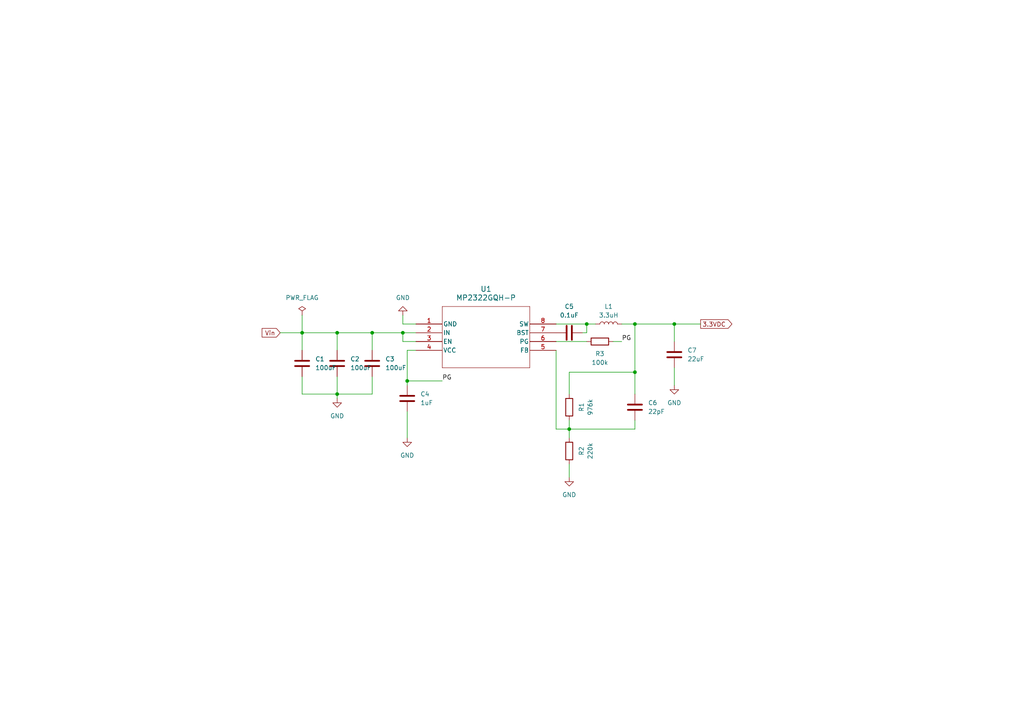
<source format=kicad_sch>
(kicad_sch (version 20250114) (generator "eeschema") (generator_version "9.0")
  (paper "A4")
  (lib_symbols
    (symbol "Device:C" (pin_numbers (hide yes)) (pin_names (offset 0.254))
      (property "Reference" "C" (at 0.635 2.54 0))
      (property "Value" "C" (at 0.635 -2.54 0))
      (symbol "C_0_1"
        (polyline (pts (xy -2.032 0.762) (xy 2.032 0.762)) (stroke (width 0.508)))
        (polyline (pts (xy -2.032 -0.762) (xy 2.032 -0.762)) (stroke (width 0.508)))
      )
      (symbol "C_1_1"
        (pin passive line (at 0 3.81 270) (length 2.794) (name "~") (number "1"))
        (pin passive line (at 0 -3.81 90) (length 2.794) (name "~") (number "2"))
      )
    )
    (symbol "Device:L" (pin_numbers (hide yes)) (pin_names (offset 1.016) (hide yes))
      (property "Reference" "L" (at -1.27 0 90))
      (property "Value" "L" (at 1.905 0 90))
      (symbol "L_0_1"
        (arc (start 0 2.54) (mid 0.6323 1.905) (end 0 1.27))
        (arc (start 0 1.27) (mid 0.6323 0.635) (end 0 0))
        (arc (start 0 0) (mid 0.6323 -0.635) (end 0 -1.27))
        (arc (start 0 -1.27) (mid 0.6323 -1.905) (end 0 -2.54))
      )
      (symbol "L_1_1"
        (pin passive line (at 0 3.81 270) (length 1.27) (name "1") (number "1"))
        (pin passive line (at 0 -3.81 90) (length 1.27) (name "2") (number "2"))
      )
    )
    (symbol "Device:R" (pin_numbers (hide yes)) (pin_names (offset 0))
      (property "Reference" "R" (at 2.032 0 90))
      (property "Value" "R" (at 0 0 90))
      (symbol "R_0_1"
        (rectangle (start -1.016 -2.54) (end 1.016 2.54) (stroke (width 0.254)))
      )
      (symbol "R_1_1"
        (pin passive line (at 0 3.81 270) (length 1.27) (name "~") (number "1"))
        (pin passive line (at 0 -3.81 90) (length 1.27) (name "~") (number "2"))
      )
    )
    (symbol "Switching_Regulator_Design:MP2322GQH-P" (pin_names (offset 0.254))
      (property "Reference" "U" (at 20.32 10.16 0))
      (property "Value" "MP2322GQH-P" (at 20.32 7.62 0))
      (symbol "MP2322GQH-P_0_1"
        (polyline (pts (xy 7.62 5.08) (xy 7.62 -12.7)) (stroke (width 0.127)))
        (polyline (pts (xy 7.62 -12.7) (xy 33.02 -12.7)) (stroke (width 0.127)))
        (polyline (pts (xy 33.02 5.08) (xy 7.62 5.08)) (stroke (width 0.127)))
        (polyline (pts (xy 33.02 -12.7) (xy 33.02 5.08)) (stroke (width 0.127)))
        (pin power_out line (at 0 0 0) (length 7.62) (name "GND") (number "1"))
        (pin power_in line (at 0 -2.54 0) (length 7.62) (name "IN") (number "2"))
        (pin unspecified line (at 0 -5.08 0) (length 7.62) (name "EN") (number "3"))
        (pin output line (at 0 -7.62 0) (length 7.62) (name "VCC") (number "4"))
        (pin output line (at 40.64 0 180) (length 7.62) (name "SW") (number "8"))
        (pin unspecified line (at 40.64 -2.54 180) (length 7.62) (name "BST") (number "7"))
        (pin output line (at 40.64 -5.08 180) (length 7.62) (name "PG") (number "6"))
        (pin unspecified line (at 40.64 -7.62 180) (length 7.62) (name "FB") (number "5"))
      )
    )
    (symbol "power:GND" (power) (pin_numbers (hide yes)) (pin_names (offset 0) (hide yes))
      (property "Value" "GND" (at 0 -3.81 0))
      (symbol "GND_0_1"
        (polyline (pts (xy 0 0) (xy 0 -1.27) (xy 1.27 -1.27) (xy 0 -2.54) (xy -1.27 -1.27) (xy 0 -1.27)))
      )
      (symbol "GND_1_1"
        (pin power_in line (at 0 0 270) (length 0) (name "~") (number "1"))
      )
    )
    (symbol "power:PWR_FLAG" (power) (pin_numbers (hide yes)) (pin_names (offset 0) (hide yes))
      (property "Value" "PWR_FLAG" (at 0 3.81 0))
      (symbol "PWR_FLAG_0_0"
        (pin power_out line (at 0 0 90) (length 0) (name "~") (number "1"))
      )
      (symbol "PWR_FLAG_0_1"
        (polyline (pts (xy 0 0) (xy 0 1.27) (xy -1.016 1.905) (xy 0 2.54) (xy 1.016 1.905) (xy 0 1.27)))
      )
    )
  )
  (junction (at 184.15 107.95))
  (junction (at 116.84 96.52))
  (junction (at 165.1 124.46))
  (junction (at 87.63 96.52))
  (junction (at 97.79 114.3))
  (junction (at 97.79 96.52))
  (junction (at 184.15 93.98))
  (junction (at 107.95 96.52))
  (junction (at 170.18 93.98))
  (junction (at 118.11 110.49))
  (junction (at 195.58 93.98))
  (wire (pts (xy 116.84 96.52) (xy 120.65 96.52)))
  (wire (pts (xy 107.95 109.22) (xy 107.95 114.3)))
  (wire (pts (xy 116.84 99.06) (xy 116.84 96.52)))
  (wire (pts (xy 180.34 99.06) (xy 177.8 99.06)))
  (wire (pts (xy 170.18 93.98) (xy 172.72 93.98)))
  (wire (pts (xy 116.84 93.98) (xy 120.65 93.98)))
  (wire (pts (xy 128.27 110.49) (xy 118.11 110.49)))
  (wire (pts (xy 170.18 96.52) (xy 170.18 93.98)))
  (wire (pts (xy 81.28 96.52) (xy 87.63 96.52)))
  (wire (pts (xy 107.95 96.52) (xy 107.95 101.6)))
  (wire (pts (xy 87.63 96.52) (xy 87.63 101.6)))
  (wire (pts (xy 97.79 96.52) (xy 97.79 101.6)))
  (wire (pts (xy 107.95 114.3) (xy 97.79 114.3)))
  (wire (pts (xy 107.95 96.52) (xy 116.84 96.52)))
  (wire (pts (xy 195.58 93.98) (xy 195.58 99.06)))
  (wire (pts (xy 184.15 93.98) (xy 195.58 93.98)))
  (wire (pts (xy 161.29 99.06) (xy 170.18 99.06)))
  (wire (pts (xy 165.1 121.92) (xy 165.1 124.46)))
  (wire (pts (xy 87.63 114.3) (xy 87.63 109.22)))
  (wire (pts (xy 120.65 99.06) (xy 116.84 99.06)))
  (wire (pts (xy 184.15 121.92) (xy 184.15 124.46)))
  (wire (pts (xy 161.29 93.98) (xy 170.18 93.98)))
  (wire (pts (xy 87.63 114.3) (xy 97.79 114.3)))
  (wire (pts (xy 184.15 107.95) (xy 184.15 114.3)))
  (wire (pts (xy 118.11 119.38) (xy 118.11 127)))
  (wire (pts (xy 168.91 96.52) (xy 170.18 96.52)))
  (wire (pts (xy 116.84 91.44) (xy 116.84 93.98)))
  (wire (pts (xy 97.79 114.3) (xy 97.79 109.22)))
  (wire (pts (xy 165.1 124.46) (xy 165.1 127)))
  (wire (pts (xy 184.15 107.95) (xy 184.15 93.98)))
  (wire (pts (xy 180.34 93.98) (xy 184.15 93.98)))
  (wire (pts (xy 161.29 124.46) (xy 165.1 124.46)))
  (wire (pts (xy 118.11 101.6) (xy 118.11 110.49)))
  (wire (pts (xy 165.1 114.3) (xy 165.1 107.95)))
  (wire (pts (xy 118.11 101.6) (xy 120.65 101.6)))
  (wire (pts (xy 87.63 96.52) (xy 97.79 96.52)))
  (wire (pts (xy 165.1 107.95) (xy 184.15 107.95)))
  (wire (pts (xy 97.79 115.57) (xy 97.79 114.3)))
  (wire (pts (xy 165.1 134.62) (xy 165.1 138.43)))
  (wire (pts (xy 184.15 124.46) (xy 165.1 124.46)))
  (wire (pts (xy 87.63 91.44) (xy 87.63 96.52)))
  (wire (pts (xy 195.58 93.98) (xy 203.2 93.98)))
  (wire (pts (xy 97.79 96.52) (xy 107.95 96.52)))
  (wire (pts (xy 161.29 101.6) (xy 161.29 124.46)))
  (wire (pts (xy 195.58 106.68) (xy 195.58 111.76)))
  (wire (pts (xy 118.11 110.49) (xy 118.11 111.76)))
  (label "PG" (at 128.27 110.49 0))
  (label "PG" (at 180.34 99.06 0))
  (global_label "Vin" (shape input) (at 81.28 96.52 180) (property "Intersheetrefs" "${INTERSHEET_REFS}" (effects (hide yes))))
  (global_label "3.3VDC" (shape output) (at 203.2 93.98 0) (property "Intersheetrefs" "${INTERSHEET_REFS}" (effects (hide yes))))
  (symbol (lib_id "Device:C") (at 107.95 105.41 0) (unit 1)
    (property "Reference" "C3" (at 111.76 104.1399 0) (effects (justify left)))
    (property "Value" "100uF" (at 111.76 106.6799 0) (effects (justify left)))
    (property "Description" "Unpolarized capacitor" (effects (hide yes)))
  )
  (symbol (lib_id "power:PWR_FLAG") (at 87.63 91.44 0) (unit 1)
    (property "Reference" "#FLG01" (effects (hide yes)))
    (property "Value" "PWR_FLAG" (at 87.63 86.36 0))
    (property "Description" "Special symbol for telling ERC where power comes from" (effects (hide yes)))
  )
  (symbol (lib_id "Device:R") (at 173.99 99.06 90) (unit 1)
    (property "Reference" "R3" (at 173.99 102.616 90))
    (property "Value" "100k" (at 173.99 105.156 90))
    (property "Description" "Resistor" (effects (hide yes)))
  )
  (symbol (lib_id "power:GND") (at 195.58 111.76 0) (unit 1)
    (property "Reference" "#PWR05" (effects (hide yes)))
    (property "Value" "GND" (at 195.58 116.84 0))
    (property "Description" "Power symbol creates a global label with name \"GND\" , ground" (effects (hide yes)))
  )
  (symbol (lib_id "Device:R") (at 165.1 130.81 180) (unit 1)
    (property "Reference" "R2" (at 168.656 130.81 90))
    (property "Value" "220k" (at 171.196 130.81 90))
    (property "Description" "Resistor" (effects (hide yes)))
  )
  (symbol (lib_id "power:GND") (at 97.79 115.57 0) (unit 1)
    (property "Reference" "#PWR01" (effects (hide yes)))
    (property "Value" "GND" (at 97.79 120.65 0))
    (property "Description" "Power symbol creates a global label with name \"GND\" , ground" (effects (hide yes)))
  )
  (symbol (lib_id "power:GND") (at 118.11 127 0) (unit 1)
    (property "Reference" "#PWR03" (effects (hide yes)))
    (property "Value" "GND" (at 118.11 132.08 0))
    (property "Description" "Power symbol creates a global label with name \"GND\" , ground" (effects (hide yes)))
  )
  (symbol (lib_id "Device:C") (at 184.15 118.11 180) (unit 1)
    (property "Reference" "C6" (at 187.96 116.8399 0) (effects (justify right)))
    (property "Value" "22pF" (at 187.96 119.3799 0) (effects (justify right)))
    (property "Description" "Unpolarized capacitor" (effects (hide yes)))
  )
  (symbol (lib_id "power:GND") (at 116.84 91.44 180) (unit 1)
    (property "Reference" "#PWR02" (effects (hide yes)))
    (property "Value" "GND" (at 116.84 86.36 0))
    (property "Description" "Power symbol creates a global label with name \"GND\" , ground" (effects (hide yes)))
  )
  (symbol (lib_id "Device:C") (at 118.11 115.57 0) (unit 1)
    (property "Reference" "C4" (at 121.92 114.2999 0) (effects (justify left)))
    (property "Value" "1uF" (at 121.92 116.8399 0) (effects (justify left)))
    (property "Description" "Unpolarized capacitor" (effects (hide yes)))
  )
  (symbol (lib_id "Device:L") (at 176.53 93.98 90) (unit 1)
    (property "Reference" "L1" (at 176.53 88.9 90))
    (property "Value" "3.3uH" (at 176.53 91.44 90))
    (property "Description" "Inductor" (effects (hide yes)))
  )
  (symbol (lib_id "Device:C") (at 195.58 102.87 180) (unit 1)
    (property "Reference" "C7" (at 199.39 101.5999 0) (effects (justify right)))
    (property "Value" "22uF" (at 199.39 104.1399 0) (effects (justify right)))
    (property "Description" "Unpolarized capacitor" (effects (hide yes)))
  )
  (symbol (lib_id "Device:C") (at 165.1 96.52 90) (unit 1)
    (property "Reference" "C5" (at 165.1 88.9 90))
    (property "Value" "0.1uF" (at 165.1 91.44 90))
    (property "Description" "Unpolarized capacitor" (effects (hide yes)))
  )
  (symbol (lib_id "Device:C") (at 87.63 105.41 0) (unit 1)
    (property "Reference" "C1" (at 91.44 104.1399 0) (effects (justify left)))
    (property "Value" "100uF" (at 91.44 106.6799 0) (effects (justify left)))
    (property "Description" "Unpolarized capacitor" (effects (hide yes)))
  )
  (symbol (lib_id "power:GND") (at 165.1 138.43 0) (unit 1)
    (property "Reference" "#PWR04" (effects (hide yes)))
    (property "Value" "GND" (at 165.1 143.51 0))
    (property "Description" "Power symbol creates a global label with name \"GND\" , ground" (effects (hide yes)))
  )
  (symbol (lib_id "Device:C") (at 97.79 105.41 0) (unit 1)
    (property "Reference" "C2" (at 101.6 104.1399 0) (effects (justify left)))
    (property "Value" "100uF" (at 101.6 106.6799 0) (effects (justify left)))
    (property "Description" "Unpolarized capacitor" (effects (hide yes)))
  )
  (symbol (lib_id "Switching_Regulator_Design:MP2322GQH-P") (at 120.65 93.98 0) (unit 1)
    (property "Reference" "U1" (at 140.97 83.82 0) (effects (font (size 1.524 1.524))))
    (property "Value" "MP2322GQH-P" (at 140.97 86.36 0) (effects (font (size 1.524 1.524))))
    (property "Footprint" "Switching_Regulator_Design:QFN-8_1p5MMx2MM_MNP" (effects (hide yes)))
    (property "Datasheet" "https://www.monolithicpower.com/en/documentview/productdocument/index/version/2/document_type/Datasheet/lang/en/sku/MP2322" (effects (hide yes)))
  )
  (symbol (lib_id "Device:R") (at 165.1 118.11 180) (unit 1)
    (property "Reference" "R1" (at 168.656 118.11 90))
    (property "Value" "976k" (at 171.196 118.11 90))
    (property "Description" "Resistor" (effects (hide yes)))
  )
)
</source>
